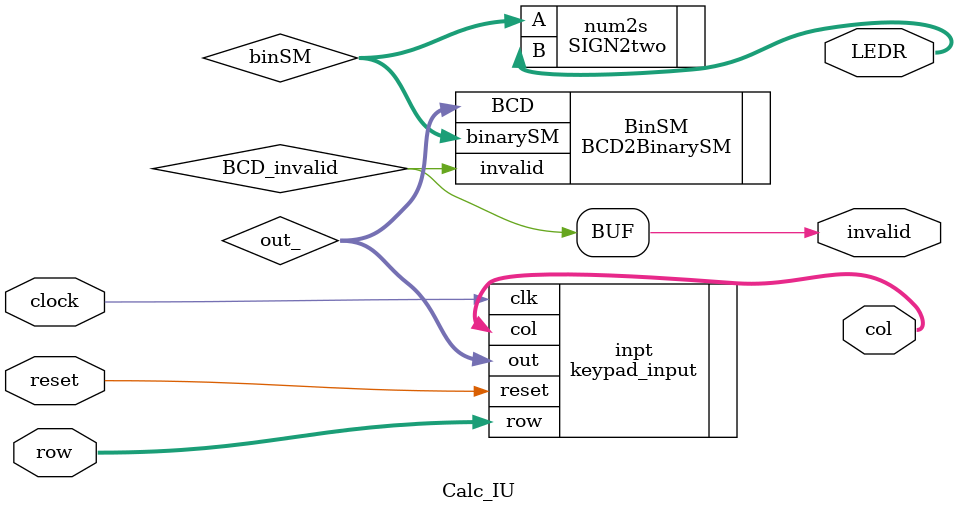
<source format=v>

module Calc_IU (
	input clock, reset, 
	input [3:0] row,
	output [3:0] col,
	output [7:0] LEDR,
	output invalid
	);
	
	wire [15:0] out_;
	
	keypad_input inpt (
		.clk(clock) ,
		.reset(reset) ,
		.row(row) ,
		.col(col) ,
		.out(out_) 
	);
	
	wire [7:0] binSM;
	wire BCD_invalid;
	
	BCD2BinarySM BinSM (
		.BCD(out_) ,
		.binarySM(binSM),
		.invalid(BCD_invalid)
	);
	
	
	SIGN2two num2s (
		.A(binSM) ,
		.B(LEDR) 
	);
	
	assign invalid = BCD_invalid;
	
endmodule 
</source>
